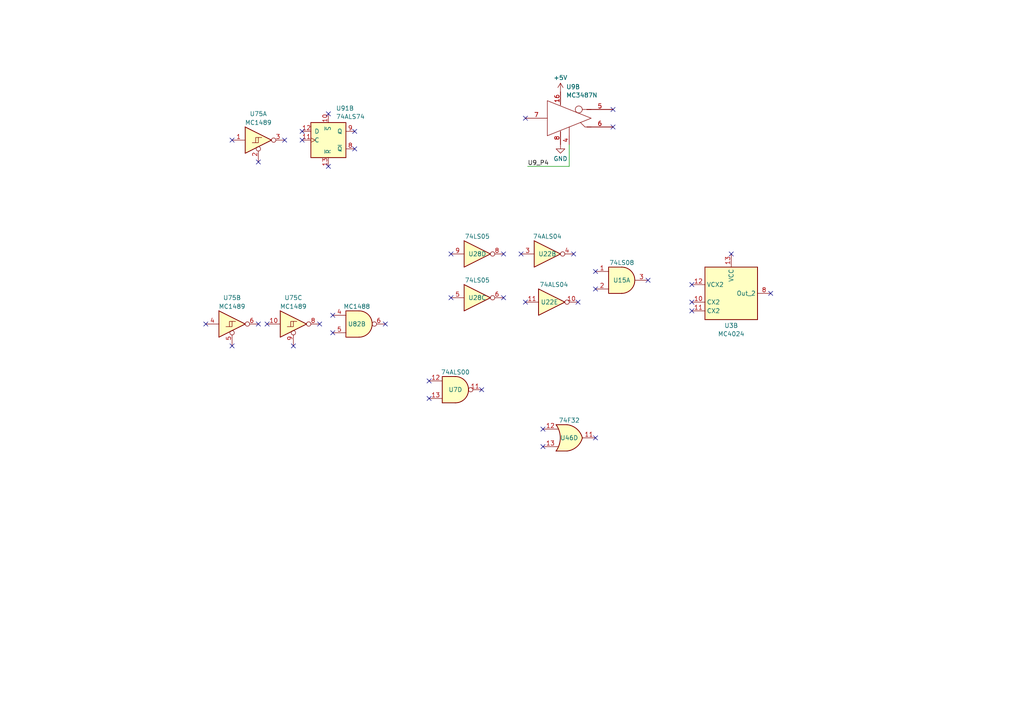
<source format=kicad_sch>
(kicad_sch (version 20230121) (generator eeschema)
  (paper "A4")
  (lib_symbols
    (symbol "74xx:74LS00" (pin_names (offset 1.016))
      (property "Reference" "U" (at 0 1.27 0))
      (property "Value" "74LS00" (at 0 -1.27 0))
      (symbol "74LS00_1_1"
        (arc (start 0 -3.81) (mid 3.7934 0) (end 0 3.81) (stroke (width 0.254)) (fill (type background)))
        (polyline (pts (xy 0 3.81) (xy -3.81 3.81) (xy -3.81 -3.81) (xy 0 -3.81)) (stroke (width 0.254)) (fill (type background)))
        (pin input line (at -7.62 2.54 0) (length 3.81) (name "~") (number "1"))
        (pin input line (at -7.62 -2.54 0) (length 3.81) (name "~") (number "2"))
        (pin output inverted (at 7.62 0 180) (length 3.81) (name "~") (number "3"))
      )
      (symbol "74LS00_1_2"
        (arc (start -3.81 -3.81) (mid -2.589 0) (end -3.81 3.81) (stroke (width 0.254)))
        (arc (start -0.6096 -3.81) (mid 2.1842 -2.5851) (end 3.81 0) (stroke (width 0.254)) (fill (type background)))
        (polyline (pts (xy -3.81 -3.81) (xy -0.635 -3.81)) (stroke (width 0.254)) (fill (type background)))
        (polyline (pts (xy -3.81 3.81) (xy -0.635 3.81)) (stroke (width 0.254)) (fill (type background)))
        (polyline (pts (xy -0.635 3.81) (xy -3.81 3.81) (xy -3.81 3.81) (xy -3.556 3.4036) (xy -3.0226 2.2606) (xy -2.6924 1.0414) (xy -2.6162 -0.254) (xy -2.7686 -1.4986) (xy -3.175 -2.7178) (xy -3.81 -3.81) (xy -3.81 -3.81) (xy -0.635 -3.81)) (stroke (width -25.4)) (fill (type background)))
        (arc (start 3.81 0) (mid 2.1915 2.5936) (end -0.6096 3.81) (stroke (width 0.254)) (fill (type background)))
        (pin input inverted (at -7.62 2.54 0) (length 4.318) (name "~") (number "1"))
        (pin input inverted (at -7.62 -2.54 0) (length 4.318) (name "~") (number "2"))
        (pin output line (at 7.62 0 180) (length 3.81) (name "~") (number "3"))
      )
      (symbol "74LS00_2_1"
        (arc (start 0 -3.81) (mid 3.7934 0) (end 0 3.81) (stroke (width 0.254)) (fill (type background)))
        (polyline (pts (xy 0 3.81) (xy -3.81 3.81) (xy -3.81 -3.81) (xy 0 -3.81)) (stroke (width 0.254)) (fill (type background)))
        (pin input line (at -7.62 2.54 0) (length 3.81) (name "~") (number "4"))
        (pin input line (at -7.62 -2.54 0) (length 3.81) (name "~") (number "5"))
        (pin output inverted (at 7.62 0 180) (length 3.81) (name "~") (number "6"))
      )
      (symbol "74LS00_2_2"
        (arc (start -3.81 -3.81) (mid -2.589 0) (end -3.81 3.81) (stroke (width 0.254)))
        (arc (start -0.6096 -3.81) (mid 2.1842 -2.5851) (end 3.81 0) (stroke (width 0.254)) (fill (type background)))
        (polyline (pts (xy -3.81 -3.81) (xy -0.635 -3.81)) (stroke (width 0.254)) (fill (type background)))
        (polyline (pts (xy -3.81 3.81) (xy -0.635 3.81)) (stroke (width 0.254)) (fill (type background)))
        (polyline (pts (xy -0.635 3.81) (xy -3.81 3.81) (xy -3.81 3.81) (xy -3.556 3.4036) (xy -3.0226 2.2606) (xy -2.6924 1.0414) (xy -2.6162 -0.254) (xy -2.7686 -1.4986) (xy -3.175 -2.7178) (xy -3.81 -3.81) (xy -3.81 -3.81) (xy -0.635 -3.81)) (stroke (width -25.4)) (fill (type background)))
        (arc (start 3.81 0) (mid 2.1915 2.5936) (end -0.6096 3.81) (stroke (width 0.254)) (fill (type background)))
        (pin input inverted (at -7.62 2.54 0) (length 4.318) (name "~") (number "4"))
        (pin input inverted (at -7.62 -2.54 0) (length 4.318) (name "~") (number "5"))
        (pin output line (at 7.62 0 180) (length 3.81) (name "~") (number "6"))
      )
      (symbol "74LS00_3_1"
        (arc (start 0 -3.81) (mid 3.7934 0) (end 0 3.81) (stroke (width 0.254)) (fill (type background)))
        (polyline (pts (xy 0 3.81) (xy -3.81 3.81) (xy -3.81 -3.81) (xy 0 -3.81)) (stroke (width 0.254)) (fill (type background)))
        (pin input line (at -7.62 -2.54 0) (length 3.81) (name "~") (number "10"))
        (pin output inverted (at 7.62 0 180) (length 3.81) (name "~") (number "8"))
        (pin input line (at -7.62 2.54 0) (length 3.81) (name "~") (number "9"))
      )
      (symbol "74LS00_3_2"
        (arc (start -3.81 -3.81) (mid -2.589 0) (end -3.81 3.81) (stroke (width 0.254)))
        (arc (start -0.6096 -3.81) (mid 2.1842 -2.5851) (end 3.81 0) (stroke (width 0.254)) (fill (type background)))
        (polyline (pts (xy -3.81 -3.81) (xy -0.635 -3.81)) (stroke (width 0.254)) (fill (type background)))
        (polyline (pts (xy -3.81 3.81) (xy -0.635 3.81)) (stroke (width 0.254)) (fill (type background)))
        (polyline (pts (xy -0.635 3.81) (xy -3.81 3.81) (xy -3.81 3.81) (xy -3.556 3.4036) (xy -3.0226 2.2606) (xy -2.6924 1.0414) (xy -2.6162 -0.254) (xy -2.7686 -1.4986) (xy -3.175 -2.7178) (xy -3.81 -3.81) (xy -3.81 -3.81) (xy -0.635 -3.81)) (stroke (width -25.4)) (fill (type background)))
        (arc (start 3.81 0) (mid 2.1915 2.5936) (end -0.6096 3.81) (stroke (width 0.254)) (fill (type background)))
        (pin input inverted (at -7.62 -2.54 0) (length 4.318) (name "~") (number "10"))
        (pin output line (at 7.62 0 180) (length 3.81) (name "~") (number "8"))
        (pin input inverted (at -7.62 2.54 0) (length 4.318) (name "~") (number "9"))
      )
      (symbol "74LS00_4_1"
        (arc (start 0 -3.81) (mid 3.7934 0) (end 0 3.81) (stroke (width 0.254)) (fill (type background)))
        (polyline (pts (xy 0 3.81) (xy -3.81 3.81) (xy -3.81 -3.81) (xy 0 -3.81)) (stroke (width 0.254)) (fill (type background)))
        (pin output inverted (at 7.62 0 180) (length 3.81) (name "~") (number "11"))
        (pin input line (at -7.62 2.54 0) (length 3.81) (name "~") (number "12"))
        (pin input line (at -7.62 -2.54 0) (length 3.81) (name "~") (number "13"))
      )
      (symbol "74LS00_4_2"
        (arc (start -3.81 -3.81) (mid -2.589 0) (end -3.81 3.81) (stroke (width 0.254)))
        (arc (start -0.6096 -3.81) (mid 2.1842 -2.5851) (end 3.81 0) (stroke (width 0.254)) (fill (type background)))
        (polyline (pts (xy -3.81 -3.81) (xy -0.635 -3.81)) (stroke (width 0.254)) (fill (type background)))
        (polyline (pts (xy -3.81 3.81) (xy -0.635 3.81)) (stroke (width 0.254)) (fill (type background)))
        (polyline (pts (xy -0.635 3.81) (xy -3.81 3.81) (xy -3.81 3.81) (xy -3.556 3.4036) (xy -3.0226 2.2606) (xy -2.6924 1.0414) (xy -2.6162 -0.254) (xy -2.7686 -1.4986) (xy -3.175 -2.7178) (xy -3.81 -3.81) (xy -3.81 -3.81) (xy -0.635 -3.81)) (stroke (width -25.4)) (fill (type background)))
        (arc (start 3.81 0) (mid 2.1915 2.5936) (end -0.6096 3.81) (stroke (width 0.254)) (fill (type background)))
        (pin output line (at 7.62 0 180) (length 3.81) (name "~") (number "11"))
        (pin input inverted (at -7.62 2.54 0) (length 4.318) (name "~") (number "12"))
        (pin input inverted (at -7.62 -2.54 0) (length 4.318) (name "~") (number "13"))
      )
      (symbol "74LS00_5_0"
        (pin power_in line (at 0 12.7 270) (length 5.08) (name "VCC") (number "14"))
        (pin power_in line (at 0 -12.7 90) (length 5.08) (name "GND") (number "7"))
      )
      (symbol "74LS00_5_1"
        (rectangle (start -5.08 7.62) (end 5.08 -7.62) (stroke (width 0.254)) (fill (type background)))
      )
    )
    (symbol "74xx:74LS04"
      (property "Reference" "U" (at 0 1.27 0))
      (property "Value" "74LS04" (at 0 -1.27 0))
      (symbol "74LS04_1_0"
        (polyline (pts (xy -3.81 3.81) (xy -3.81 -3.81) (xy 3.81 0) (xy -3.81 3.81)) (stroke (width 0.254)) (fill (type background)))
        (pin input line (at -7.62 0 0) (length 3.81) (name "~") (number "1"))
        (pin output inverted (at 7.62 0 180) (length 3.81) (name "~") (number "2"))
      )
      (symbol "74LS04_2_0"
        (polyline (pts (xy -3.81 3.81) (xy -3.81 -3.81) (xy 3.81 0) (xy -3.81 3.81)) (stroke (width 0.254)) (fill (type background)))
        (pin input line (at -7.62 0 0) (length 3.81) (name "~") (number "3"))
        (pin output inverted (at 7.62 0 180) (length 3.81) (name "~") (number "4"))
      )
      (symbol "74LS04_3_0"
        (polyline (pts (xy -3.81 3.81) (xy -3.81 -3.81) (xy 3.81 0) (xy -3.81 3.81)) (stroke (width 0.254)) (fill (type background)))
        (pin input line (at -7.62 0 0) (length 3.81) (name "~") (number "5"))
        (pin output inverted (at 7.62 0 180) (length 3.81) (name "~") (number "6"))
      )
      (symbol "74LS04_4_0"
        (polyline (pts (xy -3.81 3.81) (xy -3.81 -3.81) (xy 3.81 0) (xy -3.81 3.81)) (stroke (width 0.254)) (fill (type background)))
        (pin output inverted (at 7.62 0 180) (length 3.81) (name "~") (number "8"))
        (pin input line (at -7.62 0 0) (length 3.81) (name "~") (number "9"))
      )
      (symbol "74LS04_5_0"
        (polyline (pts (xy -3.81 3.81) (xy -3.81 -3.81) (xy 3.81 0) (xy -3.81 3.81)) (stroke (width 0.254)) (fill (type background)))
        (pin output inverted (at 7.62 0 180) (length 3.81) (name "~") (number "10"))
        (pin input line (at -7.62 0 0) (length 3.81) (name "~") (number "11"))
      )
      (symbol "74LS04_6_0"
        (polyline (pts (xy -3.81 3.81) (xy -3.81 -3.81) (xy 3.81 0) (xy -3.81 3.81)) (stroke (width 0.254)) (fill (type background)))
        (pin output inverted (at 7.62 0 180) (length 3.81) (name "~") (number "12"))
        (pin input line (at -7.62 0 0) (length 3.81) (name "~") (number "13"))
      )
      (symbol "74LS04_7_0"
        (pin power_in line (at 0 12.7 270) (length 5.08) (name "VCC") (number "14"))
        (pin power_in line (at 0 -12.7 90) (length 5.08) (name "GND") (number "7"))
      )
      (symbol "74LS04_7_1"
        (rectangle (start -5.08 7.62) (end 5.08 -7.62) (stroke (width 0.254)) (fill (type background)))
      )
    )
    (symbol "74xx:74LS05" (pin_names (offset 1.016))
      (property "Reference" "U" (at 0 1.27 0))
      (property "Value" "74LS05" (at 0 -1.27 0))
      (symbol "74LS05_1_0"
        (polyline (pts (xy -3.81 3.81) (xy -3.81 -3.81) (xy 3.81 0) (xy -3.81 3.81)) (stroke (width 0.254)) (fill (type background)))
        (pin input line (at -7.62 0 0) (length 3.81) (name "~") (number "1"))
        (pin open_collector inverted (at 7.62 0 180) (length 3.81) (name "~") (number "2"))
      )
      (symbol "74LS05_2_0"
        (polyline (pts (xy -3.81 3.81) (xy -3.81 -3.81) (xy 3.81 0) (xy -3.81 3.81)) (stroke (width 0.254)) (fill (type background)))
        (pin input line (at -7.62 0 0) (length 3.81) (name "~") (number "3"))
        (pin open_collector inverted (at 7.62 0 180) (length 3.81) (name "~") (number "4"))
      )
      (symbol "74LS05_3_0"
        (polyline (pts (xy -3.81 3.81) (xy -3.81 -3.81) (xy 3.81 0) (xy -3.81 3.81)) (stroke (width 0.254)) (fill (type background)))
        (pin input line (at -7.62 0 0) (length 3.81) (name "~") (number "5"))
        (pin open_collector inverted (at 7.62 0 180) (length 3.81) (name "~") (number "6"))
      )
      (symbol "74LS05_4_0"
        (polyline (pts (xy -3.81 3.81) (xy -3.81 -3.81) (xy 3.81 0) (xy -3.81 3.81)) (stroke (width 0.254)) (fill (type background)))
        (pin open_collector inverted (at 7.62 0 180) (length 3.81) (name "~") (number "8"))
        (pin input line (at -7.62 0 0) (length 3.81) (name "~") (number "9"))
      )
      (symbol "74LS05_5_0"
        (polyline (pts (xy -3.81 3.81) (xy -3.81 -3.81) (xy 3.81 0) (xy -3.81 3.81)) (stroke (width 0.254)) (fill (type background)))
        (pin open_collector inverted (at 7.62 0 180) (length 3.81) (name "~") (number "10"))
        (pin input line (at -7.62 0 0) (length 3.81) (name "~") (number "11"))
      )
      (symbol "74LS05_6_0"
        (polyline (pts (xy -3.81 3.81) (xy -3.81 -3.81) (xy 3.81 0) (xy -3.81 3.81)) (stroke (width 0.254)) (fill (type background)))
        (pin open_collector inverted (at 7.62 0 180) (length 3.81) (name "~") (number "12"))
        (pin input line (at -7.62 0 0) (length 3.81) (name "~") (number "13"))
      )
      (symbol "74LS05_7_0"
        (pin power_in line (at 0 12.7 270) (length 5.08) (name "VCC") (number "14"))
        (pin power_in line (at 0 -12.7 90) (length 5.08) (name "GND") (number "7"))
      )
      (symbol "74LS05_7_1"
        (rectangle (start -5.08 7.62) (end 5.08 -7.62) (stroke (width 0.254)) (fill (type background)))
      )
    )
    (symbol "74xx:74LS08" (pin_names (offset 1.016))
      (property "Reference" "U" (at 0 1.27 0))
      (property "Value" "74LS08" (at 0 -1.27 0))
      (symbol "74LS08_1_1"
        (arc (start 0 -3.81) (mid 3.7934 0) (end 0 3.81) (stroke (width 0.254)) (fill (type background)))
        (polyline (pts (xy 0 3.81) (xy -3.81 3.81) (xy -3.81 -3.81) (xy 0 -3.81)) (stroke (width 0.254)) (fill (type background)))
        (pin input line (at -7.62 2.54 0) (length 3.81) (name "~") (number "1"))
        (pin input line (at -7.62 -2.54 0) (length 3.81) (name "~") (number "2"))
        (pin output line (at 7.62 0 180) (length 3.81) (name "~") (number "3"))
      )
      (symbol "74LS08_1_2"
        (arc (start -3.81 -3.81) (mid -2.589 0) (end -3.81 3.81) (stroke (width 0.254)))
        (arc (start -0.6096 -3.81) (mid 2.1842 -2.5851) (end 3.81 0) (stroke (width 0.254)) (fill (type background)))
        (polyline (pts (xy -3.81 -3.81) (xy -0.635 -3.81)) (stroke (width 0.254)) (fill (type background)))
        (polyline (pts (xy -3.81 3.81) (xy -0.635 3.81)) (stroke (width 0.254)) (fill (type background)))
        (polyline (pts (xy -0.635 3.81) (xy -3.81 3.81) (xy -3.81 3.81) (xy -3.556 3.4036) (xy -3.0226 2.2606) (xy -2.6924 1.0414) (xy -2.6162 -0.254) (xy -2.7686 -1.4986) (xy -3.175 -2.7178) (xy -3.81 -3.81) (xy -3.81 -3.81) (xy -0.635 -3.81)) (stroke (width -25.4)) (fill (type background)))
        (arc (start 3.81 0) (mid 2.1915 2.5936) (end -0.6096 3.81) (stroke (width 0.254)) (fill (type background)))
        (pin input inverted (at -7.62 2.54 0) (length 4.318) (name "~") (number "1"))
        (pin input inverted (at -7.62 -2.54 0) (length 4.318) (name "~") (number "2"))
        (pin output inverted (at 7.62 0 180) (length 3.81) (name "~") (number "3"))
      )
      (symbol "74LS08_2_1"
        (arc (start 0 -3.81) (mid 3.7934 0) (end 0 3.81) (stroke (width 0.254)) (fill (type background)))
        (polyline (pts (xy 0 3.81) (xy -3.81 3.81) (xy -3.81 -3.81) (xy 0 -3.81)) (stroke (width 0.254)) (fill (type background)))
        (pin input line (at -7.62 2.54 0) (length 3.81) (name "~") (number "4"))
        (pin input line (at -7.62 -2.54 0) (length 3.81) (name "~") (number "5"))
        (pin output line (at 7.62 0 180) (length 3.81) (name "~") (number "6"))
      )
      (symbol "74LS08_2_2"
        (arc (start -3.81 -3.81) (mid -2.589 0) (end -3.81 3.81) (stroke (width 0.254)))
        (arc (start -0.6096 -3.81) (mid 2.1842 -2.5851) (end 3.81 0) (stroke (width 0.254)) (fill (type background)))
        (polyline (pts (xy -3.81 -3.81) (xy -0.635 -3.81)) (stroke (width 0.254)) (fill (type background)))
        (polyline (pts (xy -3.81 3.81) (xy -0.635 3.81)) (stroke (width 0.254)) (fill (type background)))
        (polyline (pts (xy -0.635 3.81) (xy -3.81 3.81) (xy -3.81 3.81) (xy -3.556 3.4036) (xy -3.0226 2.2606) (xy -2.6924 1.0414) (xy -2.6162 -0.254) (xy -2.7686 -1.4986) (xy -3.175 -2.7178) (xy -3.81 -3.81) (xy -3.81 -3.81) (xy -0.635 -3.81)) (stroke (width -25.4)) (fill (type background)))
        (arc (start 3.81 0) (mid 2.1915 2.5936) (end -0.6096 3.81) (stroke (width 0.254)) (fill (type background)))
        (pin input inverted (at -7.62 2.54 0) (length 4.318) (name "~") (number "4"))
        (pin input inverted (at -7.62 -2.54 0) (length 4.318) (name "~") (number "5"))
        (pin output inverted (at 7.62 0 180) (length 3.81) (name "~") (number "6"))
      )
      (symbol "74LS08_3_1"
        (arc (start 0 -3.81) (mid 3.7934 0) (end 0 3.81) (stroke (width 0.254)) (fill (type background)))
        (polyline (pts (xy 0 3.81) (xy -3.81 3.81) (xy -3.81 -3.81) (xy 0 -3.81)) (stroke (width 0.254)) (fill (type background)))
        (pin input line (at -7.62 -2.54 0) (length 3.81) (name "~") (number "10"))
        (pin output line (at 7.62 0 180) (length 3.81) (name "~") (number "8"))
        (pin input line (at -7.62 2.54 0) (length 3.81) (name "~") (number "9"))
      )
      (symbol "74LS08_3_2"
        (arc (start -3.81 -3.81) (mid -2.589 0) (end -3.81 3.81) (stroke (width 0.254)))
        (arc (start -0.6096 -3.81) (mid 2.1842 -2.5851) (end 3.81 0) (stroke (width 0.254)) (fill (type background)))
        (polyline (pts (xy -3.81 -3.81) (xy -0.635 -3.81)) (stroke (width 0.254)) (fill (type background)))
        (polyline (pts (xy -3.81 3.81) (xy -0.635 3.81)) (stroke (width 0.254)) (fill (type background)))
        (polyline (pts (xy -0.635 3.81) (xy -3.81 3.81) (xy -3.81 3.81) (xy -3.556 3.4036) (xy -3.0226 2.2606) (xy -2.6924 1.0414) (xy -2.6162 -0.254) (xy -2.7686 -1.4986) (xy -3.175 -2.7178) (xy -3.81 -3.81) (xy -3.81 -3.81) (xy -0.635 -3.81)) (stroke (width -25.4)) (fill (type background)))
        (arc (start 3.81 0) (mid 2.1915 2.5936) (end -0.6096 3.81) (stroke (width 0.254)) (fill (type background)))
        (pin input inverted (at -7.62 -2.54 0) (length 4.318) (name "~") (number "10"))
        (pin output inverted (at 7.62 0 180) (length 3.81) (name "~") (number "8"))
        (pin input inverted (at -7.62 2.54 0) (length 4.318) (name "~") (number "9"))
      )
      (symbol "74LS08_4_1"
        (arc (start 0 -3.81) (mid 3.7934 0) (end 0 3.81) (stroke (width 0.254)) (fill (type background)))
        (polyline (pts (xy 0 3.81) (xy -3.81 3.81) (xy -3.81 -3.81) (xy 0 -3.81)) (stroke (width 0.254)) (fill (type background)))
        (pin output line (at 7.62 0 180) (length 3.81) (name "~") (number "11"))
        (pin input line (at -7.62 2.54 0) (length 3.81) (name "~") (number "12"))
        (pin input line (at -7.62 -2.54 0) (length 3.81) (name "~") (number "13"))
      )
      (symbol "74LS08_4_2"
        (arc (start -3.81 -3.81) (mid -2.589 0) (end -3.81 3.81) (stroke (width 0.254)))
        (arc (start -0.6096 -3.81) (mid 2.1842 -2.5851) (end 3.81 0) (stroke (width 0.254)) (fill (type background)))
        (polyline (pts (xy -3.81 -3.81) (xy -0.635 -3.81)) (stroke (width 0.254)) (fill (type background)))
        (polyline (pts (xy -3.81 3.81) (xy -0.635 3.81)) (stroke (width 0.254)) (fill (type background)))
        (polyline (pts (xy -0.635 3.81) (xy -3.81 3.81) (xy -3.81 3.81) (xy -3.556 3.4036) (xy -3.0226 2.2606) (xy -2.6924 1.0414) (xy -2.6162 -0.254) (xy -2.7686 -1.4986) (xy -3.175 -2.7178) (xy -3.81 -3.81) (xy -3.81 -3.81) (xy -0.635 -3.81)) (stroke (width -25.4)) (fill (type background)))
        (arc (start 3.81 0) (mid 2.1915 2.5936) (end -0.6096 3.81) (stroke (width 0.254)) (fill (type background)))
        (pin output inverted (at 7.62 0 180) (length 3.81) (name "~") (number "11"))
        (pin input inverted (at -7.62 2.54 0) (length 4.318) (name "~") (number "12"))
        (pin input inverted (at -7.62 -2.54 0) (length 4.318) (name "~") (number "13"))
      )
      (symbol "74LS08_5_0"
        (pin power_in line (at 0 12.7 270) (length 5.08) (name "VCC") (number "14"))
        (pin power_in line (at 0 -12.7 90) (length 5.08) (name "GND") (number "7"))
      )
      (symbol "74LS08_5_1"
        (rectangle (start -5.08 7.62) (end 5.08 -7.62) (stroke (width 0.254)) (fill (type background)))
      )
    )
    (symbol "74xx:74LS32" (pin_names (offset 1.016))
      (property "Reference" "U" (at 0 1.27 0))
      (property "Value" "74LS32" (at 0 -1.27 0))
      (symbol "74LS32_1_1"
        (arc (start -3.81 -3.81) (mid -2.589 0) (end -3.81 3.81) (stroke (width 0.254)))
        (arc (start -0.6096 -3.81) (mid 2.1842 -2.5851) (end 3.81 0) (stroke (width 0.254)) (fill (type background)))
        (polyline (pts (xy -3.81 -3.81) (xy -0.635 -3.81)) (stroke (width 0.254)) (fill (type background)))
        (polyline (pts (xy -3.81 3.81) (xy -0.635 3.81)) (stroke (width 0.254)) (fill (type background)))
        (polyline (pts (xy -0.635 3.81) (xy -3.81 3.81) (xy -3.81 3.81) (xy -3.556 3.4036) (xy -3.0226 2.2606) (xy -2.6924 1.0414) (xy -2.6162 -0.254) (xy -2.7686 -1.4986) (xy -3.175 -2.7178) (xy -3.81 -3.81) (xy -3.81 -3.81) (xy -0.635 -3.81)) (stroke (width -25.4)) (fill (type background)))
        (arc (start 3.81 0) (mid 2.1915 2.5936) (end -0.6096 3.81) (stroke (width 0.254)) (fill (type background)))
        (pin input line (at -7.62 2.54 0) (length 4.318) (name "~") (number "1"))
        (pin input line (at -7.62 -2.54 0) (length 4.318) (name "~") (number "2"))
        (pin output line (at 7.62 0 180) (length 3.81) (name "~") (number "3"))
      )
      (symbol "74LS32_1_2"
        (arc (start 0 -3.81) (mid 3.7934 0) (end 0 3.81) (stroke (width 0.254)) (fill (type background)))
        (polyline (pts (xy 0 3.81) (xy -3.81 3.81) (xy -3.81 -3.81) (xy 0 -3.81)) (stroke (width 0.254)) (fill (type background)))
        (pin input inverted (at -7.62 2.54 0) (length 3.81) (name "~") (number "1"))
        (pin input inverted (at -7.62 -2.54 0) (length 3.81) (name "~") (number "2"))
        (pin output inverted (at 7.62 0 180) (length 3.81) (name "~") (number "3"))
      )
      (symbol "74LS32_2_1"
        (arc (start -3.81 -3.81) (mid -2.589 0) (end -3.81 3.81) (stroke (width 0.254)))
        (arc (start -0.6096 -3.81) (mid 2.1842 -2.5851) (end 3.81 0) (stroke (width 0.254)) (fill (type background)))
        (polyline (pts (xy -3.81 -3.81) (xy -0.635 -3.81)) (stroke (width 0.254)) (fill (type background)))
        (polyline (pts (xy -3.81 3.81) (xy -0.635 3.81)) (stroke (width 0.254)) (fill (type background)))
        (polyline (pts (xy -0.635 3.81) (xy -3.81 3.81) (xy -3.81 3.81) (xy -3.556 3.4036) (xy -3.0226 2.2606) (xy -2.6924 1.0414) (xy -2.6162 -0.254) (xy -2.7686 -1.4986) (xy -3.175 -2.7178) (xy -3.81 -3.81) (xy -3.81 -3.81) (xy -0.635 -3.81)) (stroke (width -25.4)) (fill (type background)))
        (arc (start 3.81 0) (mid 2.1915 2.5936) (end -0.6096 3.81) (stroke (width 0.254)) (fill (type background)))
        (pin input line (at -7.62 2.54 0) (length 4.318) (name "~") (number "4"))
        (pin input line (at -7.62 -2.54 0) (length 4.318) (name "~") (number "5"))
        (pin output line (at 7.62 0 180) (length 3.81) (name "~") (number "6"))
      )
      (symbol "74LS32_2_2"
        (arc (start 0 -3.81) (mid 3.7934 0) (end 0 3.81) (stroke (width 0.254)) (fill (type background)))
        (polyline (pts (xy 0 3.81) (xy -3.81 3.81) (xy -3.81 -3.81) (xy 0 -3.81)) (stroke (width 0.254)) (fill (type background)))
        (pin input inverted (at -7.62 2.54 0) (length 3.81) (name "~") (number "4"))
        (pin input inverted (at -7.62 -2.54 0) (length 3.81) (name "~") (number "5"))
        (pin output inverted (at 7.62 0 180) (length 3.81) (name "~") (number "6"))
      )
      (symbol "74LS32_3_1"
        (arc (start -3.81 -3.81) (mid -2.589 0) (end -3.81 3.81) (stroke (width 0.254)))
        (arc (start -0.6096 -3.81) (mid 2.1842 -2.5851) (end 3.81 0) (stroke (width 0.254)) (fill (type background)))
        (polyline (pts (xy -3.81 -3.81) (xy -0.635 -3.81)) (stroke (width 0.254)) (fill (type background)))
        (polyline (pts (xy -3.81 3.81) (xy -0.635 3.81)) (stroke (width 0.254)) (fill (type background)))
        (polyline (pts (xy -0.635 3.81) (xy -3.81 3.81) (xy -3.81 3.81) (xy -3.556 3.4036) (xy -3.0226 2.2606) (xy -2.6924 1.0414) (xy -2.6162 -0.254) (xy -2.7686 -1.4986) (xy -3.175 -2.7178) (xy -3.81 -3.81) (xy -3.81 -3.81) (xy -0.635 -3.81)) (stroke (width -25.4)) (fill (type background)))
        (arc (start 3.81 0) (mid 2.1915 2.5936) (end -0.6096 3.81) (stroke (width 0.254)) (fill (type background)))
        (pin input line (at -7.62 -2.54 0) (length 4.318) (name "~") (number "10"))
        (pin output line (at 7.62 0 180) (length 3.81) (name "~") (number "8"))
        (pin input line (at -7.62 2.54 0) (length 4.318) (name "~") (number "9"))
      )
      (symbol "74LS32_3_2"
        (arc (start 0 -3.81) (mid 3.7934 0) (end 0 3.81) (stroke (width 0.254)) (fill (type background)))
        (polyline (pts (xy 0 3.81) (xy -3.81 3.81) (xy -3.81 -3.81) (xy 0 -3.81)) (stroke (width 0.254)) (fill (type background)))
        (pin input inverted (at -7.62 -2.54 0) (length 3.81) (name "~") (number "10"))
        (pin output inverted (at 7.62 0 180) (length 3.81) (name "~") (number "8"))
        (pin input inverted (at -7.62 2.54 0) (length 3.81) (name "~") (number "9"))
      )
      (symbol "74LS32_4_1"
        (arc (start -3.81 -3.81) (mid -2.589 0) (end -3.81 3.81) (stroke (width 0.254)))
        (arc (start -0.6096 -3.81) (mid 2.1842 -2.5851) (end 3.81 0) (stroke (width 0.254)) (fill (type background)))
        (polyline (pts (xy -3.81 -3.81) (xy -0.635 -3.81)) (stroke (width 0.254)) (fill (type background)))
        (polyline (pts (xy -3.81 3.81) (xy -0.635 3.81)) (stroke (width 0.254)) (fill (type background)))
        (polyline (pts (xy -0.635 3.81) (xy -3.81 3.81) (xy -3.81 3.81) (xy -3.556 3.4036) (xy -3.0226 2.2606) (xy -2.6924 1.0414) (xy -2.6162 -0.254) (xy -2.7686 -1.4986) (xy -3.175 -2.7178) (xy -3.81 -3.81) (xy -3.81 -3.81) (xy -0.635 -3.81)) (stroke (width -25.4)) (fill (type background)))
        (arc (start 3.81 0) (mid 2.1915 2.5936) (end -0.6096 3.81) (stroke (width 0.254)) (fill (type background)))
        (pin output line (at 7.62 0 180) (length 3.81) (name "~") (number "11"))
        (pin input line (at -7.62 2.54 0) (length 4.318) (name "~") (number "12"))
        (pin input line (at -7.62 -2.54 0) (length 4.318) (name "~") (number "13"))
      )
      (symbol "74LS32_4_2"
        (arc (start 0 -3.81) (mid 3.7934 0) (end 0 3.81) (stroke (width 0.254)) (fill (type background)))
        (polyline (pts (xy 0 3.81) (xy -3.81 3.81) (xy -3.81 -3.81) (xy 0 -3.81)) (stroke (width 0.254)) (fill (type background)))
        (pin output inverted (at 7.62 0 180) (length 3.81) (name "~") (number "11"))
        (pin input inverted (at -7.62 2.54 0) (length 3.81) (name "~") (number "12"))
        (pin input inverted (at -7.62 -2.54 0) (length 3.81) (name "~") (number "13"))
      )
      (symbol "74LS32_5_0"
        (pin power_in line (at 0 12.7 270) (length 5.08) (name "VCC") (number "14"))
        (pin power_in line (at 0 -12.7 90) (length 5.08) (name "GND") (number "7"))
      )
      (symbol "74LS32_5_1"
        (rectangle (start -5.08 7.62) (end 5.08 -7.62) (stroke (width 0.254)) (fill (type background)))
      )
    )
    (symbol "74xx:74LS74" (pin_names (offset 1.016))
      (property "Reference" "U" (at -7.62 8.89 0))
      (property "Value" "74LS74" (at -7.62 -8.89 0))
      (symbol "74LS74_1_0"
        (pin input line (at 0 -7.62 90) (length 2.54) (name "~{R}") (number "1"))
        (pin input line (at -7.62 2.54 0) (length 2.54) (name "D") (number "2"))
        (pin input clock (at -7.62 0 0) (length 2.54) (name "C") (number "3"))
        (pin input line (at 0 7.62 270) (length 2.54) (name "~{S}") (number "4"))
        (pin output line (at 7.62 2.54 180) (length 2.54) (name "Q") (number "5"))
        (pin output line (at 7.62 -2.54 180) (length 2.54) (name "~{Q}") (number "6"))
      )
      (symbol "74LS74_1_1"
        (rectangle (start -5.08 5.08) (end 5.08 -5.08) (stroke (width 0.254)) (fill (type background)))
      )
      (symbol "74LS74_2_0"
        (pin input line (at 0 7.62 270) (length 2.54) (name "~{S}") (number "10"))
        (pin input clock (at -7.62 0 0) (length 2.54) (name "C") (number "11"))
        (pin input line (at -7.62 2.54 0) (length 2.54) (name "D") (number "12"))
        (pin input line (at 0 -7.62 90) (length 2.54) (name "~{R}") (number "13"))
        (pin output line (at 7.62 -2.54 180) (length 2.54) (name "~{Q}") (number "8"))
        (pin output line (at 7.62 2.54 180) (length 2.54) (name "Q") (number "9"))
      )
      (symbol "74LS74_2_1"
        (rectangle (start -5.08 5.08) (end 5.08 -5.08) (stroke (width 0.254)) (fill (type background)))
      )
      (symbol "74LS74_3_0"
        (pin power_in line (at 0 10.16 270) (length 2.54) (name "VCC") (number "14"))
        (pin power_in line (at 0 -10.16 90) (length 2.54) (name "GND") (number "7"))
      )
      (symbol "74LS74_3_1"
        (rectangle (start -5.08 7.62) (end 5.08 -7.62) (stroke (width 0.254)) (fill (type background)))
      )
    )
    (symbol "Interface_LineDriver:MC3487N" (pin_names (offset 1.016) hide)
      (property "Reference" "U" (at -6.35 7.62 0))
      (property "Value" "MC3487N" (at 5.08 6.35 0))
      (symbol "MC3487N_0_1"
        (polyline (pts (xy -6.35 -5.08) (xy 6.35 0)))
        (polyline (pts (xy -6.35 5.08) (xy -6.35 -5.08)))
        (polyline (pts (xy 0 -5.08) (xy 0 -2.54)))
        (polyline (pts (xy 3.81 2.54) (xy 6.35 2.54)))
        (polyline (pts (xy 4.572 -2.54) (xy 3.2766 -1.27)))
        (polyline (pts (xy 6.35 -2.54) (xy 4.572 -2.54)))
        (polyline (pts (xy 6.35 0) (xy -6.35 5.08)))
        (circle (center 2.7686 2.54) (radius 1.016))
      )
      (symbol "MC3487N_1_1"
        (pin input line (at -12.7 0 0) (length 6.35) (name "INPUT") (number "1"))
        (pin power_in line (at -2.54 7.62 270) (length 3.81) (name "VCC") (number "16"))
        (pin tri_state line (at 12.7 -2.54 180) (length 7.62) (name "OUT+") (number "2"))
        (pin tri_state line (at 12.7 2.54 180) (length 7.62) (name "OUT-") (number "3"))
        (pin input line (at 0 -7.62 90) (length 2.54) (name "ENABLE") (number "4"))
        (pin power_in line (at -2.54 -7.62 90) (length 3.81) (name "GND") (number "8"))
      )
      (symbol "MC3487N_2_1"
        (pin power_in line (at -2.54 7.62 270) (length 3.81) (name "VCC") (number "16"))
        (pin input line (at 0 -7.62 90) (length 2.54) (name "ENABLE") (number "4"))
        (pin tri_state line (at 12.7 2.54 180) (length 7.62) (name "OUT-") (number "5"))
        (pin tri_state line (at 12.7 -2.54 180) (length 7.62) (name "OUT+") (number "6"))
        (pin input line (at -12.7 0 0) (length 6.35) (name "INPUT") (number "7"))
        (pin power_in line (at -2.54 -7.62 90) (length 3.81) (name "GND") (number "8"))
      )
      (symbol "MC3487N_3_1"
        (pin tri_state line (at 12.7 -2.54 180) (length 7.62) (name "OUT+") (number "10"))
        (pin tri_state line (at 12.7 2.54 180) (length 7.62) (name "OUT-") (number "11"))
        (pin input line (at 0 -7.62 90) (length 2.54) (name "ENABLE") (number "12"))
        (pin power_in line (at -2.54 7.62 270) (length 3.81) (name "VCC") (number "16"))
        (pin power_in line (at -2.54 -7.62 90) (length 3.81) (name "GND") (number "8"))
        (pin input line (at -12.7 0 0) (length 6.35) (name "INPUT") (number "9"))
      )
      (symbol "MC3487N_4_1"
        (pin input line (at 0 -7.62 90) (length 2.54) (name "ENABLE") (number "12"))
        (pin tri_state line (at 12.7 2.54 180) (length 7.62) (name "OUT-") (number "13"))
        (pin tri_state line (at 12.7 -2.54 180) (length 7.62) (name "OUT+") (number "14"))
        (pin input line (at -12.7 0 0) (length 6.35) (name "INPUT") (number "15"))
        (pin power_in line (at -2.54 7.62 270) (length 3.81) (name "VCC") (number "16"))
        (pin power_in line (at -2.54 -7.62 90) (length 3.81) (name "GND") (number "8"))
      )
    )
    (symbol "MC1488_2"
      (property "Reference" "U82" (at 0 7.9543 0))
      (property "Value" "MC1488" (at 0 5.5301 0))
      (symbol "MC1488_2_1_0"
        (polyline (pts (xy -3.81 3.81) (xy -3.81 -3.81) (xy 3.81 0) (xy -3.81 3.81)) (stroke (width 0.254)) (fill (type background)))
        (pin input line (at -7.62 0 0) (length 3.81) (name "~") (number "2"))
        (pin output inverted (at 7.62 0 180) (length 3.81) (name "~") (number "3"))
      )
      (symbol "MC1488_2_2_1"
        (arc (start 0 -3.81) (mid 3.7934 0) (end 0 3.81) (stroke (width 0.254)) (fill (type background)))
        (polyline (pts (xy 0 3.81) (xy -3.81 3.81) (xy -3.81 -3.81) (xy 0 -3.81)) (stroke (width 0.254)) (fill (type background)))
        (pin input line (at -7.62 2.54 0) (length 3.81) (name "~") (number "4"))
        (pin input line (at -7.62 -2.54 0) (length 3.81) (name "~") (number "5"))
        (pin output inverted (at 7.62 0 180) (length 3.81) (name "~") (number "6"))
      )
      (symbol "MC1488_2_3_1"
        (arc (start 0 -3.81) (mid 3.7934 0) (end 0 3.81) (stroke (width 0.254)) (fill (type background)))
        (polyline (pts (xy 0 3.81) (xy -3.81 3.81) (xy -3.81 -3.81) (xy 0 -3.81)) (stroke (width 0.254)) (fill (type background)))
        (pin input line (at -7.62 -2.54 0) (length 3.81) (name "~") (number "10"))
        (pin output inverted (at 7.62 0 180) (length 3.81) (name "~") (number "8"))
        (pin input line (at -7.62 2.54 0) (length 3.81) (name "~") (number "9"))
      )
      (symbol "MC1488_2_4_1"
        (arc (start 0 -3.81) (mid 3.7934 0) (end 0 3.81) (stroke (width 0.254)) (fill (type background)))
        (polyline (pts (xy 0 3.81) (xy -3.81 3.81) (xy -3.81 -3.81) (xy 0 -3.81)) (stroke (width 0.254)) (fill (type background)))
        (pin output inverted (at 7.62 0 180) (length 3.81) (name "~") (number "11"))
        (pin input line (at -7.62 2.54 0) (length 3.81) (name "~") (number "12"))
        (pin input line (at -7.62 -2.54 0) (length 3.81) (name "~") (number "13"))
      )
      (symbol "MC1488_2_5_0"
        (pin power_in line (at 2.54 -12.7 90) (length 5.08) (name "VCC-") (number "1"))
        (pin power_in line (at 0 12.7 270) (length 5.08) (name "VCC") (number "14"))
        (pin power_in line (at -2.54 -12.7 90) (length 5.08) (name "GND") (number "7"))
      )
      (symbol "MC1488_2_5_1"
        (rectangle (start -5.08 7.62) (end 5.08 -7.62) (stroke (width 0.254)) (fill (type background)))
      )
    )
    (symbol "power:+5V" (power) (pin_names (offset 0))
      (property "Value" "+5V" (at 0 3.556 0))
      (symbol "+5V_0_1"
        (polyline (pts (xy -0.762 1.27) (xy 0 2.54)))
        (polyline (pts (xy 0 0) (xy 0 2.54)))
        (polyline (pts (xy 0 2.54) (xy 0.762 1.27)))
      )
      (symbol "+5V_1_1"
        (pin power_in line (at 0 0 90) (length 0) hide (name "+5V") (number "1"))
      )
    )
    (symbol "power:GND" (power) (pin_names (offset 0))
      (property "Value" "GND" (at 0 -3.81 0))
      (symbol "GND_0_1"
        (polyline (pts (xy 0 0) (xy 0 -1.27) (xy 1.27 -1.27) (xy 0 -2.54) (xy -1.27 -1.27) (xy 0 -1.27)))
      )
      (symbol "GND_1_1"
        (pin power_in line (at 0 0 270) (length 0) hide (name "GND") (number "1"))
      )
    )
    (symbol "raysstuff:MC1489"
      (property "Reference" "U" (at 13.97 -6.35 0))
      (property "Value" "MC1489" (at 13.97 -8.89 0))
      (symbol "MC1489_1_0"
        (polyline (pts (xy -3.81 3.81) (xy -3.81 -3.81) (xy 3.81 0) (xy -3.81 3.81)) (stroke (width 0.254)) (fill (type background)))
        (pin input line (at -7.62 0 0) (length 3.81) (name "~") (number "1"))
        (pin input inverted (at 0 -6.35 90) (length 4.445) (name "~") (number "2"))
        (pin output inverted (at 7.62 0 180) (length 3.81) (name "~") (number "3"))
      )
      (symbol "MC1489_1_1"
        (polyline (pts (xy -0.762 -0.762) (xy -0.762 0.762) (xy 1.016 0.762)))
        (polyline (pts (xy 0 0.762) (xy 0 -0.762) (xy -1.778 -0.762)))
      )
      (symbol "MC1489_2_0"
        (polyline (pts (xy -3.81 3.81) (xy -3.81 -3.81) (xy 3.81 0) (xy -3.81 3.81)) (stroke (width 0.254)) (fill (type background)))
        (pin input line (at -7.62 0 0) (length 3.81) (name "~") (number "4"))
        (pin input inverted (at 0 -6.35 90) (length 4.445) (name "~") (number "5"))
        (pin output inverted (at 7.62 0 180) (length 3.81) (name "~") (number "6"))
      )
      (symbol "MC1489_2_1"
        (polyline (pts (xy -0.762 -0.762) (xy -0.762 0.762) (xy 1.016 0.762)))
        (polyline (pts (xy 0 0.762) (xy 0 -0.762) (xy -1.778 -0.762)))
      )
      (symbol "MC1489_3_0"
        (polyline (pts (xy -3.81 3.81) (xy -3.81 -3.81) (xy 3.81 0) (xy -3.81 3.81)) (stroke (width 0.254)) (fill (type background)))
        (pin input line (at -7.62 0 0) (length 3.81) (name "~") (number "10"))
        (pin output inverted (at 7.62 0 180) (length 3.81) (name "~") (number "8"))
        (pin input inverted (at 0 -6.35 90) (length 4.445) (name "~") (number "9"))
      )
      (symbol "MC1489_3_1"
        (polyline (pts (xy -0.762 -0.762) (xy -0.762 0.762) (xy 1.016 0.762)))
        (polyline (pts (xy 0 0.762) (xy 0 -0.762) (xy -1.778 -0.762)))
      )
      (symbol "MC1489_4_0"
        (polyline (pts (xy -3.81 3.81) (xy -3.81 -3.81) (xy 3.81 0) (xy -3.81 3.81)) (stroke (width 0.254)) (fill (type background)))
        (pin output inverted (at 7.62 0 180) (length 3.81) (name "~") (number "11"))
        (pin input inverted (at 0 -6.35 90) (length 4.445) (name "~") (number "12"))
        (pin input line (at -7.62 0 0) (length 3.81) (name "~") (number "13"))
      )
      (symbol "MC1489_4_1"
        (polyline (pts (xy -0.762 -0.762) (xy -0.762 0.762) (xy 1.016 0.762)))
        (polyline (pts (xy 0 0.762) (xy 0 -0.762) (xy -1.778 -0.762)))
      )
      (symbol "MC1489_5_0"
        (pin power_in line (at 0 12.7 270) (length 5.08) (name "VCC") (number "14"))
        (pin power_in line (at 0 -12.7 90) (length 5.08) (name "GND") (number "7"))
      )
      (symbol "MC1489_5_1"
        (rectangle (start -5.08 7.62) (end 5.08 -7.62) (stroke (width 0.254)) (fill (type background)))
      )
    )
    (symbol "raysstuff:MC4024"
      (property "Reference" "U" (at 0 -2.54 0))
      (property "Value" "MC4024" (at 0 3.81 0))
      (symbol "MC4024_1_1"
        (rectangle (start -7.62 7.62) (end 7.62 -7.62) (stroke (width 0.254)) (fill (type background)))
        (pin power_in line (at 0 11.43 270) (length 3.81) (name "VCC") (number "1"))
        (pin input line (at -11.43 2.54 0) (length 3.81) (name "VCX1") (number "2"))
        (pin input line (at -11.43 -2.54 0) (length 3.81) (name "CX1") (number "3"))
        (pin input line (at -11.43 -5.08 0) (length 3.81) (name "CX1") (number "4"))
        (pin output line (at 11.43 0 180) (length 3.81) (name "Out_1") (number "6"))
      )
      (symbol "MC4024_2_1"
        (rectangle (start -7.62 7.62) (end 7.62 -7.62) (stroke (width 0.254)) (fill (type background)))
        (pin input line (at -11.43 -2.54 0) (length 3.81) (name "CX2") (number "10"))
        (pin input line (at -11.43 -5.08 0) (length 3.81) (name "CX2") (number "11"))
        (pin input line (at -11.43 2.54 0) (length 3.81) (name "VCX2") (number "12"))
        (pin power_in line (at 0 11.43 270) (length 3.81) (name "VCC") (number "13"))
        (pin output line (at 11.43 0 180) (length 3.81) (name "Out_2") (number "8"))
      )
      (symbol "MC4024_3_0"
        (pin power_in line (at -2.54 -15.24 90) (length 5.08) (name "GND") (number "5"))
        (pin power_in line (at 0 -15.24 90) (length 5.08) (name "GND") (number "7"))
        (pin power_in line (at 2.54 -15.24 90) (length 5.08) (name "GND") (number "9"))
      )
      (symbol "MC4024_3_1"
        (rectangle (start -7.62 11.43) (end 7.62 -10.16) (stroke (width 0.254)) (fill (type background)))
        (pin power_in line (at 0 15.24 270) (length 3.81) (name "BUFF_VCC") (number "14"))
      )
    )
  )
  (no_connect (at 95.25 33.02))
  (no_connect (at 157.48 129.54))
  (no_connect (at 87.63 40.64))
  (no_connect (at 87.63 38.1))
  (no_connect (at 172.72 83.82))
  (no_connect (at 187.96 81.28))
  (no_connect (at 85.09 100.33))
  (no_connect (at 77.47 93.98))
  (no_connect (at 59.69 93.98))
  (no_connect (at 166.37 73.66))
  (no_connect (at 95.25 48.26))
  (no_connect (at 74.93 46.99))
  (no_connect (at 130.81 86.36))
  (no_connect (at 139.7 113.03))
  (no_connect (at 124.46 115.57))
  (no_connect (at 200.66 82.55))
  (no_connect (at 111.76 93.98))
  (no_connect (at 102.87 38.1))
  (no_connect (at 152.4 87.63))
  (no_connect (at 124.46 110.49))
  (no_connect (at 177.8 31.75))
  (no_connect (at 82.55 40.64))
  (no_connect (at 212.09 73.66))
  (no_connect (at 167.64 87.63))
  (no_connect (at 172.72 78.74))
  (no_connect (at 92.71 93.98))
  (no_connect (at 130.81 73.66))
  (no_connect (at 172.72 127))
  (no_connect (at 146.05 86.36))
  (no_connect (at 96.52 91.44))
  (no_connect (at 146.05 73.66))
  (no_connect (at 96.52 96.52))
  (no_connect (at 157.48 124.46))
  (no_connect (at 74.93 93.98))
  (no_connect (at 200.66 87.63))
  (no_connect (at 223.52 85.09))
  (no_connect (at 200.66 90.17))
  (no_connect (at 102.87 43.18))
  (no_connect (at 151.13 73.66))
  (no_connect (at 177.8 36.83))
  (no_connect (at 67.31 100.33))
  (no_connect (at 152.4 34.29))
  (no_connect (at 67.31 40.64))
  (wire (pts (xy 165.1 41.91) (xy 165.1 48.26)))
  (wire (pts (xy 153.035 48.26) (xy 165.1 48.26)))
  (label "U9_P4" (at 153.035 48.26 0))
  (symbol (lib_id "74xx:74LS05") (at 138.43 73.66 0) (unit 4)
    (property "Reference" "U28" (at 138.43 73.66 0))
    (property "Value" "74LS05" (at 138.43 68.58 0))
    (property "Footprint" "Package_DIP:DIP-14_W7.62mm" (effects hide))
    (property "Datasheet" "http://www.ti.com/lit/gpn/sn74LS05" (effects hide))
  )
  (symbol (lib_id "74xx:74LS04") (at 160.02 87.63 0) (unit 5)
    (property "Reference" "U22" (at 159.385 87.63 0))
    (property "Value" "74ALS04" (at 160.655 82.55 0))
    (property "Footprint" "Package_DIP:DIP-14_W7.62mm" (effects hide))
    (property "Datasheet" "http://www.ti.com/lit/gpn/sn74LS04" (effects hide))
  )
  (symbol (lib_id "74xx:74LS04") (at 158.75 73.66 0) (unit 2)
    (property "Reference" "U22" (at 158.75 73.66 0))
    (property "Value" "74ALS04" (at 158.75 68.58 0))
    (property "Footprint" "Package_DIP:DIP-14_W7.62mm" (effects hide))
    (property "Datasheet" "http://www.ti.com/lit/gpn/sn74LS04" (effects hide))
  )
  (symbol (lib_id "raysstuff:MC1489") (at 67.31 93.98 0) (unit 2)
    (property "Reference" "U75" (at 67.31 86.36 0))
    (property "Value" "MC1489" (at 67.31 88.9 0))
    (property "Footprint" "Package_DIP:DIP-14_W7.62mm" (effects hide))
  )
  (symbol (lib_id "raysstuff:MC1489") (at 85.09 93.98 0) (unit 3)
    (property "Reference" "U75" (at 85.09 86.36 0))
    (property "Value" "MC1489" (at 85.09 88.9 0))
    (property "Footprint" "Package_DIP:DIP-14_W7.62mm" (effects hide))
  )
  (symbol (lib_id "74xx:74LS08") (at 180.34 81.28 0) (unit 1)
    (property "Reference" "U15" (at 180.34 81.28 0))
    (property "Value" "74LS08" (at 180.34 76.2 0))
    (property "Footprint" "Package_DIP:DIP-14_W7.62mm" (effects hide))
    (property "Datasheet" "http://www.ti.com/lit/gpn/sn74LS08" (effects hide))
  )
  (symbol (lib_id "74xx:74LS05") (at 138.43 86.36 0) (unit 3)
    (property "Reference" "U28" (at 138.43 86.36 0))
    (property "Value" "74LS05" (at 138.43 81.28 0))
    (property "Footprint" "Package_DIP:DIP-14_W7.62mm" (effects hide))
    (property "Datasheet" "http://www.ti.com/lit/gpn/sn74LS05" (effects hide))
  )
  (symbol (lib_id "Interface_LineDriver:MC3487N") (at 165.1 34.29 0) (unit 2)
    (property "Reference" "U9" (at 164.2111 25.1927 0) (effects (justify left)))
    (property "Value" "MC3487N" (at 164.2111 27.6169 0) (effects (justify left)))
    (property "Footprint" "Package_DIP:DIP-16_W7.62mm" (effects hide))
    (property "Datasheet" "http://www.ti.com/lit/ds/symlink/mc3487.pdf" (effects hide))
  )
  (symbol (lib_id "74xx:74LS74") (at 95.25 40.64 0) (unit 2)
    (property "Reference" "U91" (at 97.4441 31.4157 0) (effects (justify left)))
    (property "Value" "74ALS74" (at 97.4441 33.8399 0) (effects (justify left)))
    (property "Footprint" "Package_DIP:DIP-14_W7.62mm" (effects hide))
    (property "Datasheet" "74xx/74hc_hct74.pdf" (effects hide))
  )
  (symbol (lib_name "MC1488_2") (lib_id "raysstuff:MC1488") (at 104.14 93.98 0) (unit 2)
    (property "Reference" "U82" (at 103.505 93.98 0))
    (property "Value" "MC1488" (at 103.505 88.9 0))
    (property "Footprint" "Package_DIP:DIP-14_W7.62mm" (effects hide))
  )
  (symbol (lib_id "raysstuff:MC1489") (at 74.93 40.64 0) (unit 1)
    (property "Reference" "U75" (at 74.93 33.02 0))
    (property "Value" "MC1489" (at 74.93 35.56 0))
    (property "Footprint" "Package_DIP:DIP-14_W7.62mm" (effects hide))
  )
  (symbol (lib_id "power:+5V") (at 162.56 26.67 0) (unit 1)
    (property "Reference" "#PWR089" (effects hide))
    (property "Value" "+5V" (at 162.56 22.5369 0))
  )
  (symbol (lib_id "74xx:74LS32") (at 165.1 127 0) (unit 4)
    (property "Reference" "U46" (at 165.1 127 0))
    (property "Value" "74F32" (at 165.1 121.92 0))
    (property "Footprint" "Package_DIP:DIP-14_W7.62mm" (effects hide))
    (property "Datasheet" "http://www.ti.com/lit/gpn/sn74LS32" (effects hide))
  )
  (symbol (lib_id "power:GND") (at 162.56 41.91 0) (unit 1)
    (property "Reference" "#PWR090" (effects hide))
    (property "Value" "GND" (at 162.56 46.0431 0))
  )
  (symbol (lib_id "raysstuff:MC4024") (at 212.09 85.09 0) (unit 2)
    (property "Reference" "U3" (at 212.09 94.4301 0))
    (property "Value" "MC4024" (at 212.09 96.8543 0))
    (property "Footprint" "Package_DIP:DIP-14_W7.62mm" (effects hide))
  )
  (symbol (lib_id "74xx:74LS00") (at 132.08 113.03 0) (unit 4)
    (property "Reference" "U7" (at 132.08 113.03 0))
    (property "Value" "74ALS00" (at 132.08 107.95 0))
    (property "Footprint" "Package_DIP:DIP-14_W7.62mm" (effects hide))
    (property "Datasheet" "http://www.ti.com/lit/gpn/sn74ls00" (effects hide))
  )
)
</source>
